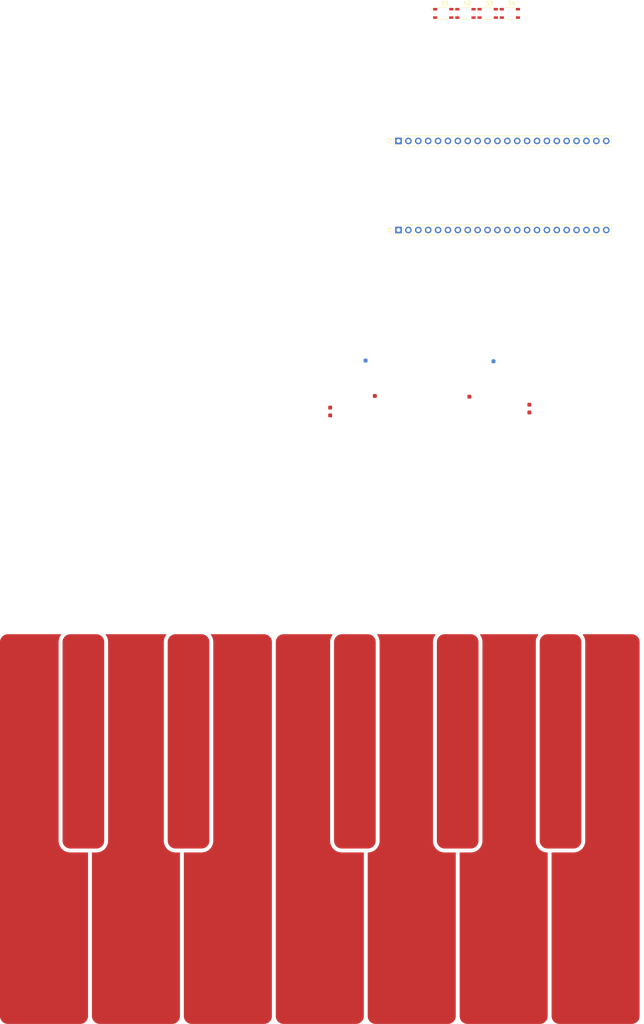
<source format=kicad_pcb>
(kicad_pcb (version 20240108) (generator "pcbnew") (generator_version "8.0")
  (layers (0 "F.Cu" signal) (31 "B.Cu" signal) (34 "B.Paste" user) (35 "F.Paste" user) (36 "B.SilkS" user "B.Silkscreen") (37 "F.SilkS" user "F.Silkscreen") (38 "B.Mask" user) (39 "F.Mask" user) (44 "Edge.Cuts" user))
  (net 0 "")
  (net 1 "TOUCH13")
  (net 2 "TOUCH10")
  (net 3 "TOUCH14")
  (net 4 "TOUCH9")
  (net 5 "TOUCH6")
  (net 7 "SELECT2")
  (net 9 "TOUCH11")
  (net 10 "SELECT3")
  (net 11 "TOUCH8")
  (net 12 "SELECT4")
  (net 14 "SELECT1")
  (net 15 "TOUCH4")
  (net 16 "TOUCH12")
  (net 17 "TOUCH3")
  (net 18 "GND")
  (net 20 "TOUCH5")
  (net 21 "TOUCH7")
  (net 29 "TOUCH2")
  (net 31 "TOUCH1")
  (footprint "Pad-CapacitiveTouch:Pad-CapacitiveTouch-small" (layer "F.Cu") (at 35 190 90)
    (property "Reference" "J6")
    (property "Value" "Conn_01x01")
    (pad "1" smd roundrect (at 0 0 90) (size 1 1) (layers "F.Cu") (net 29 "TOUCH2"))
  )
  (footprint "Connector_PinHeader_2.54mm:PinHeader_1x22_P2.54mm_Vertical" (layer "F.Cu") (at 114.3 58.42 90)
    (property "Reference" "J2" (at 0 -2.33 90) (layer "F.SilkS"))
    (property "Value" "Conn_01x22")
    (fp_line (start -1.33 -1.33) (end 0 -1.33) (stroke (width 0.12)) (layer "F.SilkS"))
    (fp_line (start -1.33 0) (end -1.33 -1.33) (stroke (width 0.12)) (layer "F.SilkS"))
    (fp_line (start 1.33 1.27) (end 1.33 54.67) (stroke (width 0.12)) (layer "F.SilkS"))
    (fp_line (start -1.33 1.27) (end 1.33 1.27) (stroke (width 0.12)) (layer "F.SilkS"))
    (fp_line (start -1.33 1.27) (end -1.33 54.67) (stroke (width 0.12)) (layer "F.SilkS"))
    (fp_line (start -1.33 54.67) (end 1.33 54.67) (stroke (width 0.12)) (layer "F.SilkS"))
    (pad "1" thru_hole rect (at 0 0 90) (size 1.7 1.7) (drill 1) (layers "*.Cu" "*.Mask") (net 18 "GND"))
    (pad "2" thru_hole oval (at 0 2.54 90) (size 1.7 1.7) (drill 1) (layers "*.Cu" "*.Mask"))
    (pad "3" thru_hole oval (at 0 5.08 90) (size 1.7 1.7) (drill 1) (layers "*.Cu" "*.Mask"))
    (pad "4" thru_hole oval (at 0 7.62 90) (size 1.7 1.7) (drill 1) (layers "*.Cu" "*.Mask") (net 31 "TOUCH1"))
    (pad "5" thru_hole oval (at 0 10.16 90) (size 1.7 1.7) (drill 1) (layers "*.Cu" "*.Mask") (net 29 "TOUCH2"))
    (pad "6" thru_hole oval (at 0 12.7 90) (size 1.7 1.7) (drill 1) (layers "*.Cu" "*.Mask"))
    (pad "7" thru_hole oval (at 0 15.24 90) (size 1.7 1.7) (drill 1) (layers "*.Cu" "*.Mask"))
    (pad "8" thru_hole oval (at 0 17.78 90) (size 1.7 1.7) (drill 1) (layers "*.Cu" "*.Mask"))
    (pad "9" thru_hole oval (at 0 20.32 90) (size 1.7 1.7) (drill 1) (layers "*.Cu" "*.Mask"))
    (pad "10" thru_hole oval (at 0 22.86 90) (size 1.7 1.7) (drill 1) (layers "*.Cu" "*.Mask"))
    (pad "11" thru_hole oval (at 0 25.4 90) (size 1.7 1.7) (drill 1) (layers "*.Cu" "*.Mask"))
    (pad "12" thru_hole oval (at 0 27.94 90) (size 1.7 1.7) (drill 1) (layers "*.Cu" "*.Mask"))
    (pad "13" thru_hole oval (at 0 30.48 90) (size 1.7 1.7) (drill 1) (layers "*.Cu" "*.Mask"))
    (pad "14" thru_hole oval (at 0 33.02 90) (size 1.7 1.7) (drill 1) (layers "*.Cu" "*.Mask"))
    (pad "15" thru_hole oval (at 0 35.56 90) (size 1.7 1.7) (drill 1) (layers "*.Cu" "*.Mask"))
    (pad "16" thru_hole oval (at 0 38.1 90) (size 1.7 1.7) (drill 1) (layers "*.Cu" "*.Mask"))
    (pad "17" thru_hole oval (at 0 40.64 90) (size 1.7 1.7) (drill 1) (layers "*.Cu" "*.Mask"))
    (pad "18" thru_hole oval (at 0 43.18 90) (size 1.7 1.7) (drill 1) (layers "*.Cu" "*.Mask"))
    (pad "19" thru_hole oval (at 0 45.72 90) (size 1.7 1.7) (drill 1) (layers "*.Cu" "*.Mask"))
    (pad "20" thru_hole oval (at 0 48.26 90) (size 1.7 1.7) (drill 1) (layers "*.Cu" "*.Mask"))
    (pad "21" thru_hole oval (at 0 50.8 90) (size 1.7 1.7) (drill 1) (layers "*.Cu" "*.Mask") (net 18 "GND"))
    (pad "22" thru_hole oval (at 0 53.34 90) (size 1.7 1.7) (drill 1) (layers "*.Cu" "*.Mask") (net 18 "GND"))
  )
  (footprint "Pad-CapacitiveTouch:Pad-CapacitiveTouch-small" (layer "F.Cu") (at 20 190 90)
    (property "Reference" "J5")
    (property "Value" "Conn_01x01")
    (pad "1" smd roundrect (at 0 0 90) (size 1 1) (layers "F.Cu") (net 31 "TOUCH1"))
  )
  (footprint "Pad-CapacitiveTouch:Pad-CapacitiveTouch-small" (layer "F.Cu") (at 145 190 90)
    (property "Reference" "J17")
    (property "Value" "Conn_01x01")
    (pad "1" smd roundrect (at 0 0 90) (size 1 1) (layers "F.Cu") (net 16 "TOUCH12"))
  )
  (footprint "Pad-CapacitiveTouch:Pad-CapacitiveTouch-small" (layer "F.Cu") (at 60 190 90)
    (property "Reference" "J10")
    (property "Value" "Conn_01x01")
    (pad "1" smd roundrect (at 0 0 90) (size 1 1) (layers "F.Cu") (net 20 "TOUCH5"))
  )
  (footprint "Pad-CapacitiveTouch:Pad-CapacitiveTouch-small" (layer "F.Cu") (at 105 190 90)
    (property "Reference" "J13")
    (property "Value" "Conn_01x01")
    (pad "1" smd roundrect (at 0 0 90) (size 1 1) (layers "F.Cu") (net 4 "TOUCH9"))
  )
  (footprint "Pad-CapacitiveTouch:Pad-CapacitiveTouch-small" (layer "F.Cu") (at 147.9 128.1)
    (property "Reference" "J22")
    (property "Value" "Conn_01x01")
    (pad "1" smd roundrect (at 0 0) (size 1 1) (layers "F.Cu") (net 11 "TOUCH8"))
  )
  (footprint "SKRPACE010:SKRPACE010" (layer "F.Cu") (at 142.895 25.695)
    (property "Reference" "S4" (at 0.47575 -2.58912 0) (layer "F.SilkS") (effects (font (size 1.001591 1.001591))))
    (property "Value" "SKRPACE010")
    (fp_line (start -2.1 -0.5) (end -2.1 0.5) (stroke (width 0.127)) (layer "F.SilkS"))
    (fp_line (start -1.25 -1.6) (end 1.25 -1.6) (stroke (width 0.127)) (layer "F.SilkS"))
    (fp_line (start -1.25 1.6) (end 1.25 1.6) (stroke (width 0.127)) (layer "F.SilkS"))
    (fp_line (start 2.1 -0.5) (end 2.1 0.5) (stroke (width 0.127)) (layer "F.SilkS"))
    (fp_circle (center -2.9 -1.15) (end -2.788197 -1.15) (stroke (width 0.127)) (fill none) (layer "F.SilkS"))
    (fp_circle (center -2.85 -1.15) (end -2.8 -1.15) (stroke (width 0.127)) (fill none) (layer "F.SilkS"))
    (pad "1" smd rect (at -2.075 -1.075) (size 1.05 0.65) (layers "F.Cu" "F.Paste" "F.Mask") (net 12 "SELECT4"))
    (pad "2" smd rect (at 2.075 -1.075) (size 1.05 0.65) (layers "F.Cu" "F.Paste" "F.Mask"))
    (pad "3" smd rect (at -2.075 1.075) (size 1.05 0.65) (layers "F.Cu" "F.Paste" "F.Mask"))
    (pad "4" smd rect (at 2.075 1.075) (size 1.05 0.65) (layers "F.Cu" "F.Paste" "F.Mask") (net 18 "GND"))
  )
  (footprint "Pad-CapacitiveTouch:Pad-CapacitiveTouch-small" (layer "F.Cu") (at 90 190 90)
    (property "Reference" "J12")
    (property "Value" "Conn_01x01")
    (pad "1" smd roundrect (at 0 0 90) (size 1 1) (layers "F.Cu") (net 21 "TOUCH7"))
  )
  (footprint "SKRPACE010:SKRPACE010" (layer "F.Cu") (at 125.795 25.695)
    (property "Reference" "S1" (at 0.47575 -2.58912 0) (layer "F.SilkS") (effects (font (size 1.001591 1.001591))))
    (property "Value" "SKRPACE010")
    (fp_line (start -2.1 -0.5) (end -2.1 0.5) (stroke (width 0.127)) (layer "F.SilkS"))
    (fp_line (start -1.25 -1.6) (end 1.25 -1.6) (stroke (width 0.127)) (layer "F.SilkS"))
    (fp_line (start -1.25 1.6) (end 1.25 1.6) (stroke (width 0.127)) (layer "F.SilkS"))
    (fp_line (start 2.1 -0.5) (end 2.1 0.5) (stroke (width 0.127)) (layer "F.SilkS"))
    (fp_circle (center -2.9 -1.15) (end -2.788197 -1.15) (stroke (width 0.127)) (fill none) (layer "F.SilkS"))
    (fp_circle (center -2.85 -1.15) (end -2.8 -1.15) (stroke (width 0.127)) (fill none) (layer "F.SilkS"))
    (pad "1" smd rect (at -2.075 -1.075) (size 1.05 0.65) (layers "F.Cu" "F.Paste" "F.Mask") (net 14 "SELECT1"))
    (pad "2" smd rect (at 2.075 -1.075) (size 1.05 0.65) (layers "F.Cu" "F.Paste" "F.Mask"))
    (pad "3" smd rect (at -2.075 1.075) (size 1.05 0.65) (layers "F.Cu" "F.Paste" "F.Mask"))
    (pad "4" smd rect (at 2.075 1.075) (size 1.05 0.65) (layers "F.Cu" "F.Paste" "F.Mask") (net 18 "GND"))
  )
  (footprint "Connector_PinHeader_2.54mm:PinHeader_1x22_P2.54mm_Vertical" (layer "F.Cu") (at 114.3 81.28 90)
    (property "Reference" "J1" (at 0 -2.33 90) (layer "F.SilkS"))
    (property "Value" "Conn_01x22")
    (fp_line (start -1.33 -1.33) (end 0 -1.33) (stroke (width 0.12)) (layer "F.SilkS"))
    (fp_line (start -1.33 0) (end -1.33 -1.33) (stroke (width 0.12)) (layer "F.SilkS"))
    (fp_line (start 1.33 1.27) (end 1.33 54.67) (stroke (width 0.12)) (layer "F.SilkS"))
    (fp_line (start -1.33 1.27) (end 1.33 1.27) (stroke (width 0.12)) (layer "F.SilkS"))
    (fp_line (start -1.33 1.27) (end -1.33 54.67) (stroke (width 0.12)) (layer "F.SilkS"))
    (fp_line (start -1.33 54.67) (end 1.33 54.67) (stroke (width 0.12)) (layer "F.SilkS"))
    (pad "1" thru_hole rect (at 0 0 90) (size 1.7 1.7) (drill 1) (layers "*.Cu" "*.Mask"))
    (pad "2" thru_hole oval (at 0 2.54 90) (size 1.7 1.7) (drill 1) (layers "*.Cu" "*.Mask"))
    (pad "3" thru_hole oval (at 0 5.08 90) (size 1.7 1.7) (drill 1) (layers "*.Cu" "*.Mask"))
    (pad "4" thru_hole oval (at 0 7.62 90) (size 1.7 1.7) (drill 1) (layers "*.Cu" "*.Mask") (net 15 "TOUCH4"))
    (pad "5" thru_hole oval (at 0 10.16 90) (size 1.7 1.7) (drill 1) (layers "*.Cu" "*.Mask") (net 20 "TOUCH5"))
    (pad "6" thru_hole oval (at 0 12.7 90) (size 1.7 1.7) (drill 1) (layers "*.Cu" "*.Mask") (net 5 "TOUCH6"))
    (pad "7" thru_hole oval (at 0 15.24 90) (size 1.7 1.7) (drill 1) (layers "*.Cu" "*.Mask") (net 21 "TOUCH7"))
    (pad "8" thru_hole oval (at 0 17.78 90) (size 1.7 1.7) (drill 1) (layers "*.Cu" "*.Mask") (net 14 "SELECT1"))
    (pad "9" thru_hole oval (at 0 20.32 90) (size 1.7 1.7) (drill 1) (layers "*.Cu" "*.Mask") (net 7 "SELECT2"))
    (pad "10" thru_hole oval (at 0 22.86 90) (size 1.7 1.7) (drill 1) (layers "*.Cu" "*.Mask") (net 10 "SELECT3"))
    (pad "11" thru_hole oval (at 0 25.4 90) (size 1.7 1.7) (drill 1) (layers "*.Cu" "*.Mask") (net 12 "SELECT4"))
    (pad "12" thru_hole oval (at 0 27.94 90) (size 1.7 1.7) (drill 1) (layers "*.Cu" "*.Mask") (net 11 "TOUCH8"))
    (pad "13" thru_hole oval (at 0 30.48 90) (size 1.7 1.7) (drill 1) (layers "*.Cu" "*.Mask") (net 17 "TOUCH3"))
    (pad "14" thru_hole oval (at 0 33.02 90) (size 1.7 1.7) (drill 1) (layers "*.Cu" "*.Mask"))
    (pad "15" thru_hole oval (at 0 35.56 90) (size 1.7 1.7) (drill 1) (layers "*.Cu" "*.Mask") (net 4 "TOUCH9"))
    (pad "16" thru_hole oval (at 0 38.1 90) (size 1.7 1.7) (drill 1) (layers "*.Cu" "*.Mask") (net 2 "TOUCH10"))
    (pad "17" thru_hole oval (at 0 40.64 90) (size 1.7 1.7) (drill 1) (layers "*.Cu" "*.Mask") (net 9 "TOUCH11"))
    (pad "18" thru_hole oval (at 0 43.18 90) (size 1.7 1.7) (drill 1) (layers "*.Cu" "*.Mask") (net 16 "TOUCH12"))
    (pad "19" thru_hole oval (at 0 45.72 90) (size 1.7 1.7) (drill 1) (layers "*.Cu" "*.Mask") (net 1 "TOUCH13"))
    (pad "20" thru_hole oval (at 0 48.26 90) (size 1.7 1.7) (drill 1) (layers "*.Cu" "*.Mask") (net 3 "TOUCH14"))
    (pad "21" thru_hole oval (at 0 50.8 90) (size 1.7 1.7) (drill 1) (layers "*.Cu" "*.Mask"))
    (pad "22" thru_hole oval (at 0 53.34 90) (size 1.7 1.7) (drill 1) (layers "*.Cu" "*.Mask") (net 18 "GND"))
  )
  (footprint "Pad-CapacitiveTouch:Pad-CapacitiveTouch-small" (layer "F.Cu") (at 147.9 126.1)
    (property "Reference" "J21")
    (property "Value" "Conn_01x01")
    (pad "1" smd roundrect (at 0 0) (size 1 1) (layers "F.Cu") (net 17 "TOUCH3"))
  )
  (footprint "Pad-CapacitiveTouch:Pad-CapacitiveTouch-small" (layer "F.Cu") (at 155 190)
    (property "Reference" "J19")
    (property "Value" "Conn_01x01")
    (pad "1" smd roundrect (at 0 0) (size 1 1) (layers "F.Cu") (net 1 "TOUCH13"))
  )
  (footprint "Pad-CapacitiveTouch:Pad-CapacitiveTouch-small" (layer "F.Cu") (at 50 190 90)
    (property "Reference" "J7")
    (property "Value" "Conn_01x01")
    (pad "1" smd roundrect (at 0 0 90) (size 1 1) (layers "F.Cu") (net 15 "TOUCH4"))
  )
  (footprint "Pad-CapacitiveTouch:Pad-CapacitiveTouch-small" (layer "F.Cu") (at 108.23 123.86 90)
    (property "Reference" "J8")
    (property "Value" "Conn_01x01")
    (pad "1" smd roundrect (at 0 0 90) (size 1 1) (layers "F.Cu") (net 11 "TOUCH8"))
  )
  (footprint "Pad-CapacitiveTouch:Pad-CapacitiveTouch-small" (layer "F.Cu") (at 115 190 90)
    (property "Reference" "J14")
    (property "Value" "Conn_01x01")
    (pad "1" smd roundrect (at 0 0 90) (size 1 1) (layers "F.Cu") (net 2 "TOUCH10"))
  )
  (footprint "Pad-CapacitiveTouch:Pad-CapacitiveTouch-small" (layer "F.Cu") (at 132.5 124.05 90)
    (property "Reference" "J18")
    (property "Value" "Conn_01x01")
    (pad "1" smd roundrect (at 0 0 90) (size 1 1) (layers "F.Cu") (net 17 "TOUCH3"))
  )
  (footprint "Pad-CapacitiveTouch:Pad-CapacitiveTouch-small" (layer "F.Cu") (at 170 190 90)
    (property "Reference" "J20")
    (property "Value" "Conn_01x01")
    (pad "1" smd roundrect (at 0 0 90) (size 1 1) (layers "F.Cu") (net 3 "TOUCH14"))
  )
  (footprint "Pad-CapacitiveTouch:Pad-CapacitiveTouch-small" (layer "F.Cu") (at 130 190 90)
    (property "Reference" "J16")
    (property "Value" "Conn_01x01")
    (pad "1" smd roundrect (at 0 0 90) (size 1 1) (layers "F.Cu") (net 9 "TOUCH11"))
  )
  (footprint "SKRPACE010:SKRPACE010" (layer "F.Cu") (at 137.195 25.695)
    (property "Reference" "S3" (at 0.47575 -2.58912 0) (layer "F.SilkS") (effects (font (size 1.001591 1.001591))))
    (property "Value" "SKRPACE010")
    (fp_line (start -2.1 -0.5) (end -2.1 0.5) (stroke (width 0.127)) (layer "F.SilkS"))
    (fp_line (start -1.25 -1.6) (end 1.25 -1.6) (stroke (width 0.127)) (layer "F.SilkS"))
    (fp_line (start -1.25 1.6) (end 1.25 1.6) (stroke (width 0.127)) (layer "F.SilkS"))
    (fp_line (start 2.1 -0.5) (end 2.1 0.5) (stroke (width 0.127)) (layer "F.SilkS"))
    (fp_circle (center -2.9 -1.15) (end -2.788197 -1.15) (stroke (width 0.127)) (fill none) (layer "F.SilkS"))
    (fp_circle (center -2.85 -1.15) (end -2.8 -1.15) (stroke (width 0.127)) (fill none) (layer "F.SilkS"))
    (pad "1" smd rect (at -2.075 -1.075) (size 1.05 0.65) (layers "F.Cu" "F.Paste" "F.Mask") (net 10 "SELECT3"))
    (pad "2" smd rect (at 2.075 -1.075) (size 1.05 0.65) (layers "F.Cu" "F.Paste" "F.Mask"))
    (pad "3" smd rect (at -2.075 1.075) (size 1.05 0.65) (layers "F.Cu" "F.Paste" "F.Mask"))
    (pad "4" smd rect (at 2.075 1.075) (size 1.05 0.65) (layers "F.Cu" "F.Paste" "F.Mask") (net 18 "GND"))
  )
  (footprint "SKRPACE010:SKRPACE010" (layer "F.Cu") (at 131.495 25.695)
    (property "Reference" "S2" (at 0.47575 -2.58912 0) (layer "F.SilkS") (effects (font (size 1.001591 1.001591))))
    (property "Value" "SKRPACE010")
    (fp_line (start -2.1 -0.5) (end -2.1 0.5) (stroke (width 0.127)) (layer "F.SilkS"))
    (fp_line (start -1.25 -1.6) (end 1.25 -1.6) (stroke (width 0.127)) (layer "F.SilkS"))
    (fp_line (start -1.25 1.6) (end 1.25 1.6) (stroke (width 0.127)) (layer "F.SilkS"))
    (fp_line (start 2.1 -0.5) (end 2.1 0.5) (stroke (width 0.127)) (layer "F.SilkS"))
    (fp_circle (center -2.9 -1.15) (end -2.788197 -1.15) (stroke (width 0.127)) (fill none) (layer "F.SilkS"))
    (fp_circle (center -2.85 -1.15) (end -2.8 -1.15) (stroke (width 0.127)) (fill none) (layer "F.SilkS"))
    (pad "1" smd rect (at -2.075 -1.075) (size 1.05 0.65) (layers "F.Cu" "F.Paste" "F.Mask") (net 7 "SELECT2"))
    (pad "2" smd rect (at 2.075 -1.075) (size 1.05 0.65) (layers "F.Cu" "F.Paste" "F.Mask"))
    (pad "3" smd rect (at -2.075 1.075) (size 1.05 0.65) (layers "F.Cu" "F.Paste" "F.Mask"))
    (pad "4" smd rect (at 2.075 1.075) (size 1.05 0.65) (layers "F.Cu" "F.Paste" "F.Mask") (net 18 "GND"))
  )
  (footprint "Pad-CapacitiveTouch:Pad-CapacitiveTouch-small" (layer "F.Cu") (at 75 190 90)
    (property "Reference" "J11")
    (property "Value" "Conn_01x01")
    (pad "1" smd roundrect (at 0 0 90) (size 1 1) (layers "F.Cu") (net 5 "TOUCH6"))
  )
  (footprint "Pad-CapacitiveTouch:Pad-CapacitiveTouch-small" (layer "F.Cu") (at 96.76 128.85 180)
    (property "Reference" "J4")
    (property "Value" "Conn_01x01")
    (pad "1" smd roundrect (at 0 0 180) (size 1 1) (layers "F.Cu") (net 11 "TOUCH8"))
  )
  (footprint "Pad-CapacitiveTouch:Pad-CapacitiveTouch-small" (layer "F.Cu") (at 96.76 126.85 180)
    (property "Reference" "J3")
    (property "Value" "Conn_01x01")
    (pad "1" smd roundrect (at 0 0 180) (size 1 1) (layers "F.Cu") (net 17 "TOUCH3"))
  )
  (footprint "Pad-CapacitiveTouch:Pad-CapacitiveTouch-small" (layer "B.Cu") (at 138.69 114.97 -90)
    (property "Reference" "J15")
    (property "Value" "Conn_01x01")
    (pad "1" smd roundrect (at 0 0 270) (size 1 1) (layers "B.Cu") (net 9 "TOUCH11"))
  )
  (footprint "Pad-CapacitiveTouch:Pad-CapacitiveTouch-small" (layer "B.Cu") (at 105.85 114.78 -90)
    (property "Reference" "J9")
    (property "Value" "Conn_01x01")
    (pad "1" smd roundrect (at 0 0 270) (size 1 1) (layers "B.Cu") (net 20 "TOUCH5"))
  )
  (zone (net 31) (net_name "TOUCH1") (layer "F.Cu") (connect_pads yes (clearance 0)) (min_thickness 0.25) (fill yes (thermal_gap 0.5) (thermal_bridge_width 0.5) (smoothing fillet) (radius 2))
    (polygon (pts (xy 12 185) (xy 12 285) (xy 34.6 285) (xy 34.6 185)))
  )
  (zone (net 21) (net_name "TOUCH7") (layer "F.Cu") (connect_pads yes (clearance 0)) (min_thickness 0.25) (fill yes (thermal_gap 0.5) (thermal_bridge_width 0.5) (smoothing fillet) (radius 2))
    (polygon (pts (xy 82.8 185) (xy 82.8 285) (xy 105.4 285) (xy 105.4 185)))
  )
  (zone (net 3) (net_name "TOUCH14") (layer "F.Cu") (connect_pads yes (clearance 0)) (min_thickness 0.25) (fill yes (thermal_gap 0.5) (thermal_bridge_width 0.5) (smoothing fillet) (radius 2))
    (polygon (pts (xy 153.6 185) (xy 153.6 285) (xy 176.2 285) (xy 176.2 185)))
  )
  (zone (net 20) (net_name "TOUCH5") (layer "F.Cu") (priority 1) (connect_pads yes (clearance 0.9945)) (min_thickness 0.25) (fill yes (thermal_gap 0.5) (thermal_bridge_width 0.5) (smoothing fillet) (radius 2))
    (polygon (pts (xy 55.05 185) (xy 55.05 240) (xy 65.75 240) (xy 65.75 185)))
  )
  (zone (net 2) (net_name "TOUCH10") (layer "F.Cu") (connect_pads yes (clearance 0)) (min_thickness 0.25) (fill yes (thermal_gap 0.5) (thermal_bridge_width 0.5) (smoothing fillet) (radius 2))
    (polygon (pts (xy 106.4 185) (xy 106.4 285) (xy 129 285) (xy 129 185)))
  )
  (zone (net 5) (net_name "TOUCH6") (layer "F.Cu") (connect_pads yes (clearance 0)) (min_thickness 0.25) (fill yes (thermal_gap 0.5) (thermal_bridge_width 0.5) (smoothing fillet) (radius 2))
    (polygon (pts (xy 59.2 185) (xy 59.2 285) (xy 81.8 285) (xy 81.8 185)))
  )
  (zone (net 1) (net_name "TOUCH13") (layer "F.Cu") (priority 1) (connect_pads yes (clearance 0.9945)) (min_thickness 0.25) (fill yes (thermal_gap 0.5) (thermal_bridge_width 0.5) (smoothing fillet) (radius 2))
    (polygon (pts (xy 150.55 185) (xy 150.55 240) (xy 161.25 240) (xy 161.25 185)))
  )
  (zone (net 29) (net_name "TOUCH2") (layer "F.Cu") (priority 1) (connect_pads yes (clearance 0.9945)) (min_thickness 0.25) (fill yes (thermal_gap 0.5) (thermal_bridge_width 0.5) (smoothing fillet) (radius 2))
    (polygon (pts (xy 28.05 185) (xy 28.05 240) (xy 38.75 240) (xy 38.75 185)))
  )
  (zone (net 4) (net_name "TOUCH9") (layer "F.Cu") (priority 1) (connect_pads yes (clearance 0.9945)) (min_thickness 0.25) (fill yes (thermal_gap 0.5) (thermal_bridge_width 0.5) (smoothing fillet) (radius 2))
    (polygon (pts (xy 97.75 185) (xy 97.75 240) (xy 108.45 240) (xy 108.45 185)))
  )
  (zone (net 9) (net_name "TOUCH11") (layer "F.Cu") (priority 1) (connect_pads yes (clearance 0.9945)) (min_thickness 0.25) (fill yes (thermal_gap 0.5) (thermal_bridge_width 0.5) (smoothing fillet) (radius 2))
    (polygon (pts (xy 124.15 185) (xy 124.15 240) (xy 134.85 240) (xy 134.85 185)))
  )
  (zone (net 16) (net_name "TOUCH12") (layer "F.Cu") (connect_pads yes (clearance 0)) (min_thickness 0.25) (fill yes (thermal_gap 0.5) (thermal_bridge_width 0.5) (smoothing fillet) (radius 2))
    (polygon (pts (xy 130 185) (xy 130 285) (xy 152.6 285) (xy 152.6 185)))
  )
  (zone (net 15) (net_name "TOUCH4") (layer "F.Cu") (connect_pads yes (clearance 0)) (min_thickness 0.25) (fill yes (thermal_gap 0.5) (thermal_bridge_width 0.5) (smoothing fillet) (radius 2))
    (polygon (pts (xy 35.6 185) (xy 35.6 285) (xy 58.2 285) (xy 58.2 185)))
  )
)
</source>
